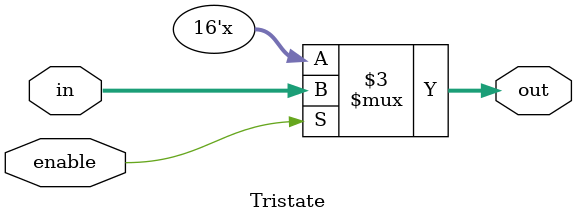
<source format=sv>
module Tristate (in, out, enable);
    parameter n = 16;
    input [n-1:0] in; 
    input enable;
    output logic [n-1:0] out; 

    always_comb begin
        if (enable) 
            out = in;
        else 
            out = {n{1'bz}}; 
    end
endmodule
</source>
